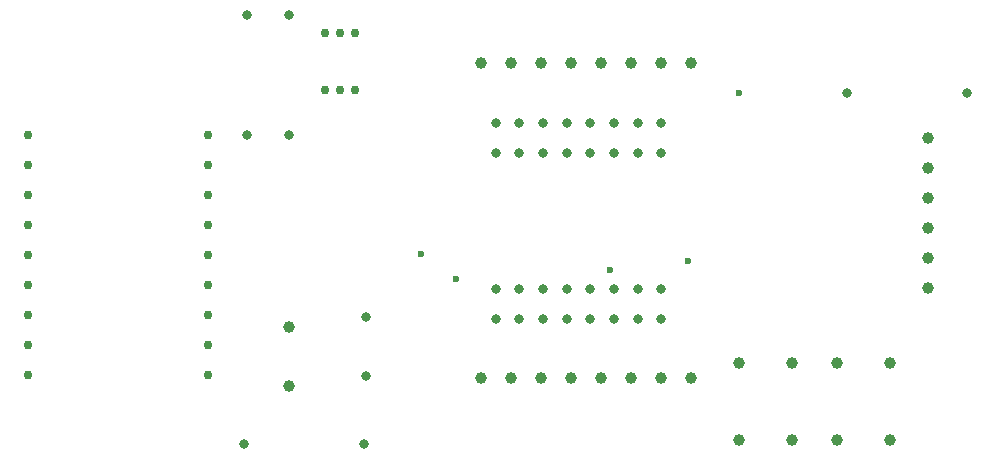
<source format=gbr>
%TF.GenerationSoftware,KiCad,Pcbnew,(5.1.10)-1*%
%TF.CreationDate,2021-12-09T23:22:53+01:00*%
%TF.ProjectId,UARTtoESP,55415254-746f-4455-9350-2e6b69636164,rev?*%
%TF.SameCoordinates,Original*%
%TF.FileFunction,Plated,1,2,PTH,Drill*%
%TF.FilePolarity,Positive*%
%FSLAX46Y46*%
G04 Gerber Fmt 4.6, Leading zero omitted, Abs format (unit mm)*
G04 Created by KiCad (PCBNEW (5.1.10)-1) date 2021-12-09 23:22:54*
%MOMM*%
%LPD*%
G01*
G04 APERTURE LIST*
%TA.AperFunction,ViaDrill*%
%ADD10C,0.600000*%
%TD*%
%TA.AperFunction,ComponentDrill*%
%ADD11C,0.750000*%
%TD*%
%TA.AperFunction,ComponentDrill*%
%ADD12C,0.762000*%
%TD*%
%TA.AperFunction,ComponentDrill*%
%ADD13C,0.800000*%
%TD*%
%TA.AperFunction,ComponentDrill*%
%ADD14C,1.000000*%
%TD*%
G04 APERTURE END LIST*
D10*
X192024000Y-76057179D03*
X194935764Y-78166010D03*
X208026000Y-77404010D03*
X214630000Y-76708000D03*
X218948000Y-62484000D03*
D11*
%TO.C,Q1*%
X183896000Y-57404000D03*
%TO.C,Q2*%
X183896000Y-62230000D03*
%TO.C,Q1*%
X185166000Y-57404000D03*
%TO.C,Q2*%
X185166000Y-62230000D03*
%TO.C,Q1*%
X186436000Y-57404000D03*
%TO.C,Q2*%
X186436000Y-62230000D03*
D12*
%TO.C,U1*%
X158750000Y-66040000D03*
X158750000Y-68580000D03*
X158750000Y-71120000D03*
X158750000Y-73660000D03*
X158750000Y-76200000D03*
X158750000Y-78740000D03*
X158750000Y-81280000D03*
X158750000Y-83820000D03*
X158750000Y-86360000D03*
X173990000Y-66040000D03*
X173990000Y-68580000D03*
X173990000Y-71120000D03*
X173990000Y-73660000D03*
X173990000Y-76200000D03*
X173990000Y-78740000D03*
X173990000Y-81280000D03*
X173990000Y-83820000D03*
X173990000Y-86360000D03*
D13*
%TO.C,R1*%
X177038000Y-92202000D03*
%TO.C,R2*%
X177292000Y-55880000D03*
X177292000Y-66040000D03*
%TO.C,R3*%
X180848000Y-55880000D03*
X180848000Y-66040000D03*
%TO.C,R1*%
X187198000Y-92202000D03*
%TO.C,C2*%
X187325000Y-81407000D03*
X187325000Y-86407000D03*
%TO.C,U3*%
X198344000Y-65024000D03*
%TO.C,U2*%
X198344000Y-67564000D03*
%TO.C,U3*%
X198344000Y-79024000D03*
%TO.C,U2*%
X198344000Y-81564000D03*
%TO.C,U3*%
X200344000Y-65024000D03*
%TO.C,U2*%
X200344000Y-67564000D03*
%TO.C,U3*%
X200344000Y-79024000D03*
%TO.C,U2*%
X200344000Y-81564000D03*
%TO.C,U3*%
X202344000Y-65024000D03*
%TO.C,U2*%
X202344000Y-67564000D03*
%TO.C,U3*%
X202344000Y-79024000D03*
%TO.C,U2*%
X202344000Y-81564000D03*
%TO.C,U3*%
X204344000Y-65024000D03*
%TO.C,U2*%
X204344000Y-67564000D03*
%TO.C,U3*%
X204344000Y-79024000D03*
%TO.C,U2*%
X204344000Y-81564000D03*
%TO.C,U3*%
X206344000Y-65024000D03*
%TO.C,U2*%
X206344000Y-67564000D03*
%TO.C,U3*%
X206344000Y-79024000D03*
%TO.C,U2*%
X206344000Y-81564000D03*
%TO.C,U3*%
X208344000Y-65024000D03*
%TO.C,U2*%
X208344000Y-67564000D03*
%TO.C,U3*%
X208344000Y-79024000D03*
%TO.C,U2*%
X208344000Y-81564000D03*
%TO.C,U3*%
X210344000Y-65024000D03*
%TO.C,U2*%
X210344000Y-67564000D03*
%TO.C,U3*%
X210344000Y-79024000D03*
%TO.C,U2*%
X210344000Y-81564000D03*
%TO.C,U3*%
X212344000Y-65024000D03*
%TO.C,U2*%
X212344000Y-67564000D03*
%TO.C,U3*%
X212344000Y-79024000D03*
%TO.C,U2*%
X212344000Y-81564000D03*
%TO.C,R4*%
X228092000Y-62484000D03*
X238252000Y-62484000D03*
D14*
%TO.C,C1*%
X180848000Y-82296000D03*
X180848000Y-87296000D03*
%TO.C,J2*%
X197104000Y-59944000D03*
%TO.C,J1*%
X197104000Y-86614000D03*
%TO.C,J2*%
X199644000Y-59944000D03*
%TO.C,J1*%
X199644000Y-86614000D03*
%TO.C,J2*%
X202184000Y-59944000D03*
%TO.C,J1*%
X202184000Y-86614000D03*
%TO.C,J2*%
X204724000Y-59944000D03*
%TO.C,J1*%
X204724000Y-86614000D03*
%TO.C,J2*%
X207264000Y-59944000D03*
%TO.C,J1*%
X207264000Y-86614000D03*
%TO.C,J2*%
X209804000Y-59944000D03*
%TO.C,J1*%
X209804000Y-86614000D03*
%TO.C,J2*%
X212344000Y-59944000D03*
%TO.C,J1*%
X212344000Y-86614000D03*
%TO.C,J2*%
X214884000Y-59944000D03*
%TO.C,J1*%
X214884000Y-86614000D03*
%TO.C,SW2*%
X218948000Y-85321000D03*
X218948000Y-91821000D03*
X223448000Y-85321000D03*
X223448000Y-91821000D03*
%TO.C,SW1*%
X227203000Y-85321000D03*
X227203000Y-91821000D03*
X231703000Y-85321000D03*
X231703000Y-91821000D03*
%TO.C,J3*%
X234950000Y-66294000D03*
X234950000Y-68834000D03*
X234950000Y-71374000D03*
X234950000Y-73914000D03*
X234950000Y-76454000D03*
X234950000Y-78994000D03*
M02*

</source>
